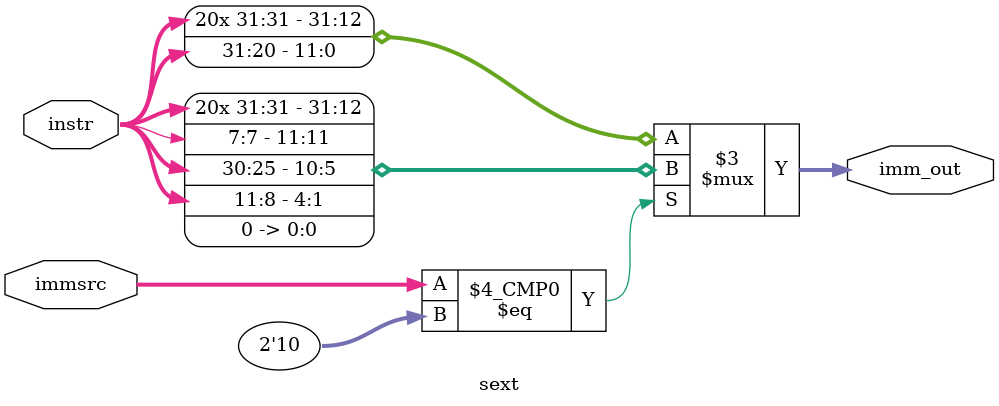
<source format=sv>
module sext #(
    parameter WIDTH = 32
)(
    input logic [WIDTH-1:0] instr,
    input logic [1:0] immsrc,
    output logic [WIDTH-1:0] imm_out
);

always_comb begin
    case (immsrc)
        2'b00: imm_out = {{20{instr[31]}}, instr[31:20]} ;
        2'b10: imm_out = {{20{instr[31]}}, instr[7], instr[30:25], instr[11:8], 1'b0} ;
        default: imm_out = {{20{instr[31]}}, instr[31:20]} ;
    endcase
end

endmodule

</source>
